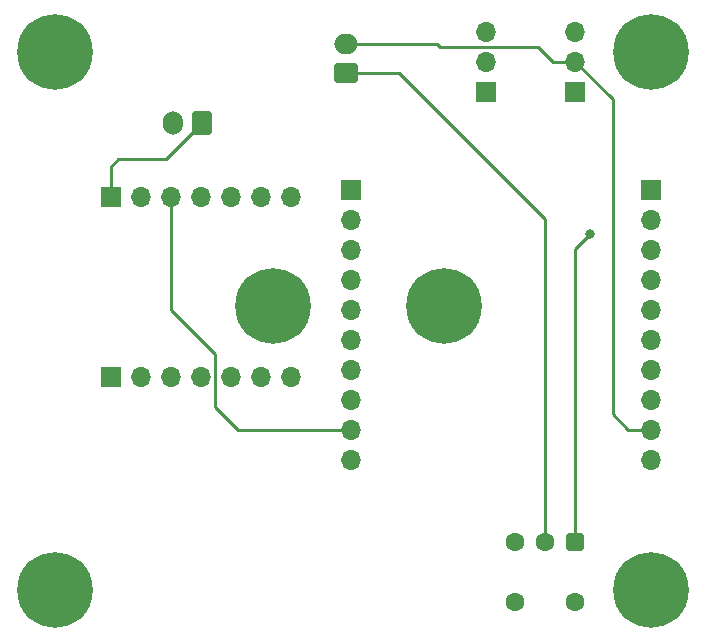
<source format=gbr>
%TF.GenerationSoftware,KiCad,Pcbnew,(6.0.8)*%
%TF.CreationDate,2022-10-07T14:48:36+09:00*%
%TF.ProjectId,Transmitter,5472616e-736d-4697-9474-65722e6b6963,rev?*%
%TF.SameCoordinates,Original*%
%TF.FileFunction,Copper,L1,Top*%
%TF.FilePolarity,Positive*%
%FSLAX46Y46*%
G04 Gerber Fmt 4.6, Leading zero omitted, Abs format (unit mm)*
G04 Created by KiCad (PCBNEW (6.0.8)) date 2022-10-07 14:48:36*
%MOMM*%
%LPD*%
G01*
G04 APERTURE LIST*
G04 Aperture macros list*
%AMRoundRect*
0 Rectangle with rounded corners*
0 $1 Rounding radius*
0 $2 $3 $4 $5 $6 $7 $8 $9 X,Y pos of 4 corners*
0 Add a 4 corners polygon primitive as box body*
4,1,4,$2,$3,$4,$5,$6,$7,$8,$9,$2,$3,0*
0 Add four circle primitives for the rounded corners*
1,1,$1+$1,$2,$3*
1,1,$1+$1,$4,$5*
1,1,$1+$1,$6,$7*
1,1,$1+$1,$8,$9*
0 Add four rect primitives between the rounded corners*
20,1,$1+$1,$2,$3,$4,$5,0*
20,1,$1+$1,$4,$5,$6,$7,0*
20,1,$1+$1,$6,$7,$8,$9,0*
20,1,$1+$1,$8,$9,$2,$3,0*%
G04 Aperture macros list end*
%TA.AperFunction,ComponentPad*%
%ADD10R,1.700000X1.700000*%
%TD*%
%TA.AperFunction,ComponentPad*%
%ADD11O,1.700000X1.700000*%
%TD*%
%TA.AperFunction,ComponentPad*%
%ADD12RoundRect,0.250000X0.600000X0.750000X-0.600000X0.750000X-0.600000X-0.750000X0.600000X-0.750000X0*%
%TD*%
%TA.AperFunction,ComponentPad*%
%ADD13O,1.700000X2.000000*%
%TD*%
%TA.AperFunction,ComponentPad*%
%ADD14C,0.800000*%
%TD*%
%TA.AperFunction,ComponentPad*%
%ADD15C,6.400000*%
%TD*%
%TA.AperFunction,ComponentPad*%
%ADD16C,1.600000*%
%TD*%
%TA.AperFunction,ComponentPad*%
%ADD17RoundRect,0.400000X0.400000X-0.400000X0.400000X0.400000X-0.400000X0.400000X-0.400000X-0.400000X0*%
%TD*%
%TA.AperFunction,ComponentPad*%
%ADD18RoundRect,0.250000X0.750000X-0.600000X0.750000X0.600000X-0.750000X0.600000X-0.750000X-0.600000X0*%
%TD*%
%TA.AperFunction,ComponentPad*%
%ADD19O,2.000000X1.700000*%
%TD*%
%TA.AperFunction,ViaPad*%
%ADD20C,0.800000*%
%TD*%
%TA.AperFunction,Conductor*%
%ADD21C,0.250000*%
%TD*%
G04 APERTURE END LIST*
D10*
%TO.P,J4,1,Pin_1*%
%TO.N,unconnected-(J4-Pad1)*%
X171475000Y-85120000D03*
D11*
%TO.P,J4,2,Pin_2*%
%TO.N,unconnected-(J4-Pad2)*%
X171475000Y-87660000D03*
%TO.P,J4,3,Pin_3*%
%TO.N,TX*%
X171475000Y-90200000D03*
%TO.P,J4,4,Pin_4*%
%TO.N,unconnected-(J4-Pad4)*%
X171475000Y-92740000D03*
%TO.P,J4,5,Pin_5*%
%TO.N,unconnected-(J4-Pad5)*%
X171475000Y-95280000D03*
%TO.P,J4,6,Pin_6*%
%TO.N,unconnected-(J4-Pad6)*%
X171475000Y-97820000D03*
%TO.P,J4,7,Pin_7*%
%TO.N,unconnected-(J4-Pad7)*%
X171475000Y-100360000D03*
%TO.P,J4,8,Pin_8*%
%TO.N,unconnected-(J4-Pad8)*%
X171475000Y-102900000D03*
%TO.P,J4,9,Pin_9*%
%TO.N,GND*%
X171475000Y-105440000D03*
%TO.P,J4,10,Pin_10*%
%TO.N,unconnected-(J4-Pad10)*%
X171475000Y-107980000D03*
%TD*%
D10*
%TO.P,J3,1,Pin_1*%
%TO.N,unconnected-(J3-Pad1)*%
X146075000Y-85120000D03*
D11*
%TO.P,J3,2,Pin_2*%
%TO.N,unconnected-(J3-Pad2)*%
X146075000Y-87660000D03*
%TO.P,J3,3,Pin_3*%
%TO.N,unconnected-(J3-Pad3)*%
X146075000Y-90200000D03*
%TO.P,J3,4,Pin_4*%
%TO.N,RX*%
X146075000Y-92740000D03*
%TO.P,J3,5,Pin_5*%
%TO.N,unconnected-(J3-Pad5)*%
X146075000Y-95280000D03*
%TO.P,J3,6,Pin_6*%
%TO.N,unconnected-(J3-Pad6)*%
X146075000Y-97820000D03*
%TO.P,J3,7,Pin_7*%
%TO.N,unconnected-(J3-Pad7)*%
X146075000Y-100360000D03*
%TO.P,J3,8,Pin_8*%
%TO.N,unconnected-(J3-Pad8)*%
X146075000Y-102900000D03*
%TO.P,J3,9,Pin_9*%
%TO.N,+3V3*%
X146075000Y-105440000D03*
%TO.P,J3,10,Pin_10*%
%TO.N,unconnected-(J3-Pad10)*%
X146075000Y-107980000D03*
%TD*%
D10*
%TO.P,J1,1,Pin_1*%
%TO.N,ESS_IN*%
X125750000Y-100965000D03*
D11*
%TO.P,J1,2,Pin_2*%
%TO.N,unconnected-(J1-Pad2)*%
X128290000Y-100965000D03*
%TO.P,J1,3,Pin_3*%
%TO.N,unconnected-(J1-Pad3)*%
X130830000Y-100965000D03*
%TO.P,J1,4,Pin_4*%
%TO.N,unconnected-(J1-Pad4)*%
X133370000Y-100965000D03*
%TO.P,J1,5,Pin_5*%
%TO.N,unconnected-(J1-Pad5)*%
X135910000Y-100965000D03*
%TO.P,J1,6,Pin_6*%
%TO.N,unconnected-(J1-Pad6)*%
X138450000Y-100965000D03*
%TO.P,J1,7,Pin_7*%
%TO.N,TX*%
X140990000Y-100965000D03*
%TD*%
D12*
%TO.P,ESS,1*%
%TO.N,+5V*%
X133500000Y-79450000D03*
D13*
%TO.P,ESS,2*%
%TO.N,ESS_IN*%
X131000000Y-79450000D03*
%TD*%
D10*
%TO.P,J8,1,Pin_1*%
%TO.N,+5V*%
X165100000Y-76835000D03*
D11*
%TO.P,J8,2,Pin_2*%
%TO.N,GND*%
X165100000Y-74295000D03*
%TO.P,J8,3,Pin_3*%
%TO.N,VCC*%
X165100000Y-71755000D03*
%TD*%
D10*
%TO.P,J2,1,Pin_1*%
%TO.N,+5V*%
X125750000Y-85725000D03*
D11*
%TO.P,J2,2,Pin_2*%
%TO.N,GND*%
X128290000Y-85725000D03*
%TO.P,J2,3,Pin_3*%
%TO.N,+3V3*%
X130830000Y-85725000D03*
%TO.P,J2,4,Pin_4*%
%TO.N,unconnected-(J2-Pad4)*%
X133370000Y-85725000D03*
%TO.P,J2,5,Pin_5*%
%TO.N,unconnected-(J2-Pad5)*%
X135910000Y-85725000D03*
%TO.P,J2,6,Pin_6*%
%TO.N,unconnected-(J2-Pad6)*%
X138450000Y-85725000D03*
%TO.P,J2,7,Pin_7*%
%TO.N,RX*%
X140990000Y-85725000D03*
%TD*%
D14*
%TO.P,REF\u002A\u002A,1*%
%TO.N,N/C*%
X119302944Y-117302944D03*
X118600000Y-119000000D03*
D15*
X121000000Y-119000000D03*
D14*
X119302944Y-120697056D03*
X122697056Y-117302944D03*
X121000000Y-116600000D03*
X122697056Y-120697056D03*
X121000000Y-121400000D03*
X123400000Y-119000000D03*
%TD*%
%TO.P,REF\u002A\u002A,1*%
%TO.N,N/C*%
X169802944Y-117302944D03*
X171500000Y-116600000D03*
X173197056Y-120697056D03*
X171500000Y-121400000D03*
X169802944Y-120697056D03*
X169100000Y-119000000D03*
X173900000Y-119000000D03*
D15*
X171500000Y-119000000D03*
D14*
X173197056Y-117302944D03*
%TD*%
D10*
%TO.P,J7,1,Pin_1*%
%TO.N,unconnected-(J7-Pad1)*%
X157495000Y-76835000D03*
D11*
%TO.P,J7,2,Pin_2*%
%TO.N,unconnected-(J7-Pad2)*%
X157495000Y-74295000D03*
%TO.P,J7,3,Pin_3*%
%TO.N,unconnected-(J7-Pad3)*%
X157495000Y-71755000D03*
%TD*%
D16*
%TO.P,SW1,*%
%TO.N,*%
X165100000Y-119990000D03*
X160020000Y-119990000D03*
D17*
%TO.P,SW1,1,A*%
%TO.N,VCC*%
X165100000Y-114910000D03*
D16*
%TO.P,SW1,2,B*%
%TO.N,PW_IN*%
X162560000Y-114910000D03*
%TO.P,SW1,3,C*%
%TO.N,unconnected-(SW1-Pad3)*%
X160020000Y-114910000D03*
%TD*%
D15*
%TO.P,REF\u002A\u002A,1*%
%TO.N,N/C*%
X121000000Y-73500000D03*
D14*
X122697056Y-71802944D03*
X121000000Y-75900000D03*
X118600000Y-73500000D03*
X119302944Y-75197056D03*
X121000000Y-71100000D03*
X122697056Y-75197056D03*
X119302944Y-71802944D03*
X123400000Y-73500000D03*
%TD*%
%TO.P,REF\u002A\u002A,1*%
%TO.N,N/C*%
X137100000Y-95000000D03*
X137802944Y-96697056D03*
D15*
X139500000Y-95000000D03*
D14*
X141197056Y-93302944D03*
X141900000Y-95000000D03*
X139500000Y-97400000D03*
X141197056Y-96697056D03*
X139500000Y-92600000D03*
X137802944Y-93302944D03*
%TD*%
%TO.P,REF\u002A\u002A,1*%
%TO.N,N/C*%
X152302944Y-93302944D03*
X154000000Y-92600000D03*
X155697056Y-96697056D03*
X156400000Y-95000000D03*
X151600000Y-95000000D03*
X152302944Y-96697056D03*
X154000000Y-97400000D03*
X155697056Y-93302944D03*
D15*
X154000000Y-95000000D03*
%TD*%
D14*
%TO.P,REF\u002A\u002A,1*%
%TO.N,N/C*%
X173197056Y-71802944D03*
X169802944Y-75197056D03*
X169802944Y-71802944D03*
X169100000Y-73500000D03*
D15*
X171500000Y-73500000D03*
D14*
X171500000Y-71100000D03*
X173900000Y-73500000D03*
X173197056Y-75197056D03*
X171500000Y-75900000D03*
%TD*%
D18*
%TO.P,J5,1,Pin_1*%
%TO.N,PW_IN*%
X145690000Y-75250000D03*
D19*
%TO.P,J5,2,Pin_2*%
%TO.N,GND*%
X145690000Y-72750000D03*
%TD*%
D20*
%TO.N,VCC*%
X166370000Y-88900000D03*
%TD*%
D21*
%TO.N,+3V3*%
X136555000Y-105440000D02*
X146075000Y-105440000D01*
X134620000Y-99060000D02*
X134620000Y-103505000D01*
X130830000Y-95270000D02*
X134620000Y-99060000D01*
X134620000Y-103505000D02*
X136555000Y-105440000D01*
X130830000Y-85725000D02*
X130830000Y-95270000D01*
%TO.N,+5V*%
X125750000Y-83165000D02*
X125750000Y-85725000D01*
X126365000Y-82550000D02*
X125750000Y-83165000D01*
X130400000Y-82550000D02*
X126365000Y-82550000D01*
X133500000Y-79450000D02*
X130400000Y-82550000D01*
%TO.N,VCC*%
X165100000Y-90170000D02*
X166370000Y-88900000D01*
X165100000Y-114910000D02*
X165100000Y-90170000D01*
%TO.N,GND*%
X168275000Y-104140000D02*
X169575000Y-105440000D01*
X168275000Y-77470000D02*
X168275000Y-104140000D01*
X165100000Y-74295000D02*
X168275000Y-77470000D01*
X169575000Y-105440000D02*
X171475000Y-105440000D01*
%TO.N,PW_IN*%
X150180000Y-75250000D02*
X162560000Y-87630000D01*
X145690000Y-75250000D02*
X150180000Y-75250000D01*
X162560000Y-87630000D02*
X162560000Y-114910000D01*
%TO.N,GND*%
X163195000Y-74295000D02*
X165100000Y-74295000D01*
X153670000Y-73025000D02*
X161925000Y-73025000D01*
X153395000Y-72750000D02*
X153670000Y-73025000D01*
X145690000Y-72750000D02*
X153395000Y-72750000D01*
X161925000Y-73025000D02*
X163195000Y-74295000D01*
%TD*%
M02*

</source>
